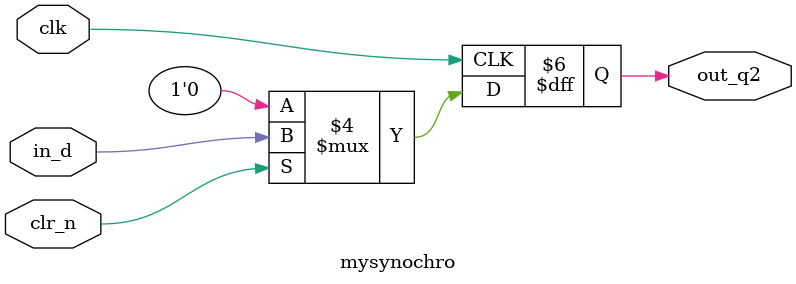
<source format=v>
module mysynochro(clk,clr_n,in_d,out_q2);
	input clk,clr_n,in_d;
	output reg out_q2;
	
	always @ (posedge clk)
		if(!clr_n) out_q2 <=0;
		else  out_q2 <= in_d;
endmodule

</source>
